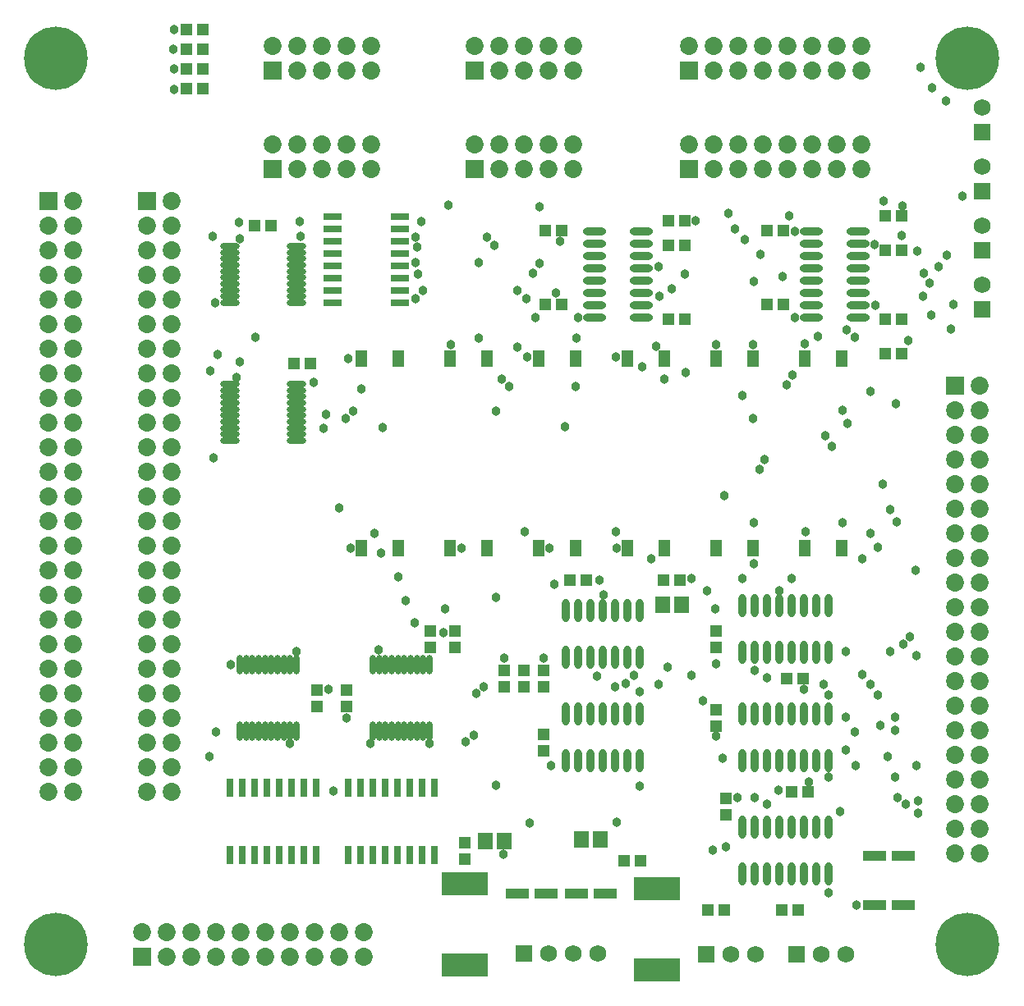
<source format=gts>
%FSAX24Y24*%
%MOIN*%
G70*
G01*
G75*
G04 Layer_Color=8388736*
%ADD10O,0.0236X0.0866*%
%ADD11R,0.0866X0.0335*%
%ADD12R,0.1800X0.0900*%
%ADD13R,0.0433X0.0394*%
%ADD14R,0.0394X0.0433*%
%ADD15O,0.0177X0.0709*%
%ADD16O,0.0866X0.0236*%
%ADD17R,0.0512X0.0591*%
%ADD18R,0.0650X0.0236*%
%ADD19R,0.0236X0.0650*%
%ADD20R,0.0400X0.0600*%
%ADD21O,0.0709X0.0177*%
%ADD22C,0.0120*%
%ADD23C,0.0080*%
%ADD24C,0.0200*%
%ADD25C,0.0100*%
%ADD26C,0.0250*%
%ADD27C,0.0600*%
%ADD28R,0.0600X0.0600*%
%ADD29R,0.0650X0.0650*%
%ADD30C,0.0650*%
%ADD31R,0.0600X0.0600*%
%ADD32R,0.0650X0.0650*%
%ADD33C,0.2500*%
%ADD34C,0.0300*%
%ADD35C,0.0098*%
%ADD36C,0.0236*%
%ADD37C,0.0079*%
%ADD38C,0.0150*%
%ADD39C,0.0059*%
%ADD40R,0.2500X0.1600*%
%ADD41R,0.0748X0.1614*%
%ADD42R,0.1614X0.0748*%
%ADD43O,0.0316X0.0946*%
%ADD44R,0.0946X0.0415*%
%ADD45R,0.1880X0.0980*%
%ADD46R,0.0513X0.0474*%
%ADD47R,0.0474X0.0513*%
%ADD48O,0.0257X0.0789*%
%ADD49O,0.0946X0.0316*%
%ADD50R,0.0592X0.0671*%
%ADD51R,0.0730X0.0316*%
%ADD52R,0.0316X0.0730*%
%ADD53R,0.0480X0.0680*%
%ADD54O,0.0789X0.0257*%
%ADD55C,0.0680*%
%ADD56R,0.0680X0.0680*%
%ADD57R,0.0730X0.0730*%
%ADD58C,0.0730*%
%ADD59R,0.0680X0.0680*%
%ADD60R,0.0730X0.0730*%
%ADD61C,0.2580*%
%ADD62C,0.0380*%
D43*
X039850Y019455D02*
D03*
X040350D02*
D03*
X040850D02*
D03*
X041350D02*
D03*
X041850D02*
D03*
X042350D02*
D03*
X042850D02*
D03*
X043350D02*
D03*
X039850Y021345D02*
D03*
X040350D02*
D03*
X040850D02*
D03*
X041350D02*
D03*
X041850D02*
D03*
X042350D02*
D03*
X042850D02*
D03*
X043350D02*
D03*
X039850Y023855D02*
D03*
X040350D02*
D03*
X040850D02*
D03*
X041350D02*
D03*
X041850D02*
D03*
X042350D02*
D03*
X042850D02*
D03*
X043350D02*
D03*
X039850Y025745D02*
D03*
X040350D02*
D03*
X040850D02*
D03*
X041350D02*
D03*
X041850D02*
D03*
X042350D02*
D03*
X042850D02*
D03*
X043350D02*
D03*
X035700Y021345D02*
D03*
X035200D02*
D03*
X034700D02*
D03*
X034200D02*
D03*
X033700D02*
D03*
X033200D02*
D03*
X032700D02*
D03*
X035700Y019455D02*
D03*
X035200D02*
D03*
X034700D02*
D03*
X034200D02*
D03*
X033700D02*
D03*
X033200D02*
D03*
X032700D02*
D03*
Y023655D02*
D03*
X033200D02*
D03*
X033700D02*
D03*
X034200D02*
D03*
X034700D02*
D03*
X035200D02*
D03*
X035700D02*
D03*
X032700Y025545D02*
D03*
X033200D02*
D03*
X033700D02*
D03*
X034200D02*
D03*
X034700D02*
D03*
X035200D02*
D03*
X035700D02*
D03*
X040850Y014855D02*
D03*
X041350D02*
D03*
X041850D02*
D03*
X043350D02*
D03*
X039850Y016745D02*
D03*
X041350D02*
D03*
X041850D02*
D03*
X042350D02*
D03*
Y014855D02*
D03*
X042850D02*
D03*
X040350D02*
D03*
X039850D02*
D03*
X043350Y016745D02*
D03*
X042850D02*
D03*
X040850D02*
D03*
X040350D02*
D03*
D44*
X033109Y014060D02*
D03*
X034291D02*
D03*
X030709D02*
D03*
X031891D02*
D03*
X045209Y013600D02*
D03*
X046391D02*
D03*
X045209Y015600D02*
D03*
X046391D02*
D03*
D45*
X036400Y010950D02*
D03*
Y014250D02*
D03*
X028600Y011150D02*
D03*
Y014450D02*
D03*
D46*
X039135Y013400D02*
D03*
X038465D02*
D03*
X046335Y037400D02*
D03*
X045665D02*
D03*
X036865Y041400D02*
D03*
X037535D02*
D03*
X045665Y041600D02*
D03*
X046335D02*
D03*
X046335Y036000D02*
D03*
X045665D02*
D03*
X036865Y037400D02*
D03*
X037535D02*
D03*
X040865Y038000D02*
D03*
X041535D02*
D03*
X031865D02*
D03*
X032535D02*
D03*
X046335Y040200D02*
D03*
X045665D02*
D03*
X031865Y041000D02*
D03*
X032535D02*
D03*
X041465Y013400D02*
D03*
X042135D02*
D03*
X036665Y026800D02*
D03*
X037335D02*
D03*
X017285Y047540D02*
D03*
X017955D02*
D03*
X017285Y048340D02*
D03*
X017955D02*
D03*
X017285Y049140D02*
D03*
X017955D02*
D03*
X017285Y046740D02*
D03*
X017955D02*
D03*
X035735Y015400D02*
D03*
X035065D02*
D03*
X041535Y041000D02*
D03*
X040865D02*
D03*
X036865Y040400D02*
D03*
X037535D02*
D03*
X033535Y026800D02*
D03*
X032865D02*
D03*
X020065Y041200D02*
D03*
X020735D02*
D03*
X022335Y035600D02*
D03*
X021665D02*
D03*
X042335Y022800D02*
D03*
X041665D02*
D03*
X042535Y018200D02*
D03*
X041865D02*
D03*
D47*
X023800Y021665D02*
D03*
Y022335D02*
D03*
X022600Y022335D02*
D03*
Y021665D02*
D03*
X031800Y020535D02*
D03*
Y019865D02*
D03*
X028600Y015465D02*
D03*
Y016135D02*
D03*
X031800Y022465D02*
D03*
Y023135D02*
D03*
X031000Y022465D02*
D03*
Y023135D02*
D03*
X030200Y023135D02*
D03*
Y022465D02*
D03*
X038800Y024065D02*
D03*
Y024735D02*
D03*
X028200Y024065D02*
D03*
Y024735D02*
D03*
X027200Y024065D02*
D03*
Y024735D02*
D03*
X038800Y020865D02*
D03*
Y021535D02*
D03*
X039200Y017935D02*
D03*
Y017265D02*
D03*
D48*
X019448Y020661D02*
D03*
X019704D02*
D03*
X019960D02*
D03*
X020216D02*
D03*
X020472D02*
D03*
X020728D02*
D03*
X020984D02*
D03*
X021240D02*
D03*
X021496D02*
D03*
X021752D02*
D03*
X019448Y023339D02*
D03*
X019704D02*
D03*
X019960D02*
D03*
X020216D02*
D03*
X020472D02*
D03*
X020728D02*
D03*
X020984D02*
D03*
X021240D02*
D03*
X021496D02*
D03*
X021752D02*
D03*
X026896Y020661D02*
D03*
X026640D02*
D03*
X026384D02*
D03*
X026128D02*
D03*
X025872D02*
D03*
X025616D02*
D03*
X025360D02*
D03*
X025104D02*
D03*
X027152Y023339D02*
D03*
X026896D02*
D03*
X026640D02*
D03*
X026384D02*
D03*
X026128D02*
D03*
X025872D02*
D03*
X025616D02*
D03*
X025360D02*
D03*
X025104D02*
D03*
X024848D02*
D03*
X027152Y020661D02*
D03*
X024848D02*
D03*
D49*
X035745Y040950D02*
D03*
X033855Y037450D02*
D03*
Y038450D02*
D03*
Y038950D02*
D03*
Y039950D02*
D03*
Y040450D02*
D03*
Y039450D02*
D03*
X035745Y038950D02*
D03*
X033855Y040950D02*
D03*
Y037950D02*
D03*
X035745Y037450D02*
D03*
Y040450D02*
D03*
X044545Y037950D02*
D03*
Y038450D02*
D03*
Y040950D02*
D03*
X042655Y037450D02*
D03*
Y038450D02*
D03*
Y038950D02*
D03*
Y039950D02*
D03*
Y040450D02*
D03*
Y039450D02*
D03*
X044545Y038950D02*
D03*
Y039450D02*
D03*
Y039950D02*
D03*
X042655Y040950D02*
D03*
Y037950D02*
D03*
X044545Y037450D02*
D03*
Y040450D02*
D03*
X035745Y039950D02*
D03*
Y039450D02*
D03*
Y037950D02*
D03*
Y038450D02*
D03*
D50*
X036626Y025800D02*
D03*
X037374D02*
D03*
X029426Y016200D02*
D03*
X030174D02*
D03*
X033326Y016260D02*
D03*
X034074D02*
D03*
D51*
X025968Y040050D02*
D03*
Y038050D02*
D03*
X023232Y038550D02*
D03*
Y040050D02*
D03*
Y041550D02*
D03*
X025968Y038550D02*
D03*
Y039550D02*
D03*
Y040550D02*
D03*
Y041550D02*
D03*
Y039050D02*
D03*
Y041050D02*
D03*
X023232Y038050D02*
D03*
Y039050D02*
D03*
Y039550D02*
D03*
Y040550D02*
D03*
Y041050D02*
D03*
D52*
X027350Y018368D02*
D03*
X026850D02*
D03*
X026350D02*
D03*
X025850D02*
D03*
X025350D02*
D03*
X024850D02*
D03*
X024350D02*
D03*
X023850D02*
D03*
X027350Y015632D02*
D03*
X026850D02*
D03*
X026350D02*
D03*
X025850D02*
D03*
X025350D02*
D03*
X024850D02*
D03*
X024350D02*
D03*
X023850D02*
D03*
X019050D02*
D03*
X019550D02*
D03*
X020050D02*
D03*
X020550D02*
D03*
X021050D02*
D03*
X021550D02*
D03*
X022050D02*
D03*
X022550D02*
D03*
Y018368D02*
D03*
X022050D02*
D03*
X021550D02*
D03*
X021050D02*
D03*
X020550D02*
D03*
X020050D02*
D03*
X019550D02*
D03*
X019050D02*
D03*
D53*
X035200Y035800D02*
D03*
Y028100D02*
D03*
X036700Y035800D02*
D03*
Y028100D02*
D03*
X031600Y035800D02*
D03*
Y028100D02*
D03*
X033100Y035800D02*
D03*
Y028100D02*
D03*
X028000Y035800D02*
D03*
Y028100D02*
D03*
X029500Y035800D02*
D03*
Y028100D02*
D03*
X024400Y035800D02*
D03*
Y028100D02*
D03*
X025900Y035800D02*
D03*
Y028100D02*
D03*
X038800Y035800D02*
D03*
Y028100D02*
D03*
X040300Y035800D02*
D03*
Y028100D02*
D03*
X042400Y035800D02*
D03*
Y028100D02*
D03*
X043900Y035800D02*
D03*
Y028100D02*
D03*
D54*
X021739Y039328D02*
D03*
Y038560D02*
D03*
Y038304D02*
D03*
Y039072D02*
D03*
Y039840D02*
D03*
Y038816D02*
D03*
Y038048D02*
D03*
Y039584D02*
D03*
Y040096D02*
D03*
Y040352D02*
D03*
X019061Y038048D02*
D03*
Y039328D02*
D03*
Y039584D02*
D03*
Y039840D02*
D03*
Y040096D02*
D03*
Y040352D02*
D03*
Y039072D02*
D03*
Y038816D02*
D03*
Y038560D02*
D03*
Y038304D02*
D03*
X021739Y032448D02*
D03*
Y032704D02*
D03*
Y034496D02*
D03*
Y034752D02*
D03*
X019061Y032448D02*
D03*
Y033728D02*
D03*
Y033984D02*
D03*
Y034240D02*
D03*
Y034496D02*
D03*
Y034752D02*
D03*
Y032960D02*
D03*
Y032704D02*
D03*
Y033472D02*
D03*
Y033216D02*
D03*
X021739Y033472D02*
D03*
Y034240D02*
D03*
Y033216D02*
D03*
Y033728D02*
D03*
Y033984D02*
D03*
Y032960D02*
D03*
D55*
X034000Y011620D02*
D03*
X044050Y011600D02*
D03*
X043050D02*
D03*
X040400D02*
D03*
X039400D02*
D03*
X049600Y038800D02*
D03*
X032000Y011620D02*
D03*
X033000D02*
D03*
X049600Y046000D02*
D03*
Y043600D02*
D03*
Y041200D02*
D03*
D56*
X031000Y011620D02*
D03*
X042050Y011600D02*
D03*
X038400D02*
D03*
D57*
X029000Y043500D02*
D03*
Y047500D02*
D03*
X020800Y043500D02*
D03*
Y047500D02*
D03*
X015500Y011500D02*
D03*
X037700Y047500D02*
D03*
Y043500D02*
D03*
D58*
X011700Y028200D02*
D03*
X049500Y027700D02*
D03*
X048500D02*
D03*
X049500Y028700D02*
D03*
X048500D02*
D03*
X049500Y029700D02*
D03*
X048500D02*
D03*
X049500Y030700D02*
D03*
X048500D02*
D03*
X049500Y031700D02*
D03*
X048500D02*
D03*
X049500Y032700D02*
D03*
X048500D02*
D03*
X049500Y033700D02*
D03*
X048500D02*
D03*
X049500Y034700D02*
D03*
X015500Y012500D02*
D03*
X016500Y011500D02*
D03*
Y012500D02*
D03*
X017500Y011500D02*
D03*
Y012500D02*
D03*
X018500Y011500D02*
D03*
Y012500D02*
D03*
X019500Y011500D02*
D03*
Y012500D02*
D03*
X020500Y011500D02*
D03*
X021500D02*
D03*
Y012500D02*
D03*
X022500Y011500D02*
D03*
Y012500D02*
D03*
X023500Y011500D02*
D03*
Y012500D02*
D03*
X024500Y011500D02*
D03*
Y012500D02*
D03*
X012700Y042200D02*
D03*
X011700Y041200D02*
D03*
X012700D02*
D03*
X011700Y040200D02*
D03*
X012700D02*
D03*
X011700Y039200D02*
D03*
X012700D02*
D03*
X011700Y038200D02*
D03*
X012700D02*
D03*
X011700Y037200D02*
D03*
X012700D02*
D03*
X011700Y036200D02*
D03*
X012700D02*
D03*
X011700Y035200D02*
D03*
X012700D02*
D03*
X011700Y034200D02*
D03*
X012700D02*
D03*
X011700Y033200D02*
D03*
X012700D02*
D03*
X011700Y032200D02*
D03*
X012700D02*
D03*
X011700Y031200D02*
D03*
X012700D02*
D03*
X011700Y030200D02*
D03*
X012700D02*
D03*
X011700Y029200D02*
D03*
X012700D02*
D03*
Y028200D02*
D03*
Y027200D02*
D03*
X011700Y026200D02*
D03*
X012700D02*
D03*
X011700Y025200D02*
D03*
X012700D02*
D03*
X011700Y024200D02*
D03*
X012700D02*
D03*
X011700Y023200D02*
D03*
X012700D02*
D03*
X011700Y022200D02*
D03*
X012700D02*
D03*
X011700Y021200D02*
D03*
X012700D02*
D03*
X011700Y020200D02*
D03*
X012700D02*
D03*
X011700Y019200D02*
D03*
X012700D02*
D03*
X011700Y018200D02*
D03*
X012700D02*
D03*
X024800Y044500D02*
D03*
Y043500D02*
D03*
X023800Y044500D02*
D03*
Y043500D02*
D03*
X022800Y044500D02*
D03*
Y043500D02*
D03*
X021800Y044500D02*
D03*
Y043500D02*
D03*
X020800Y044500D02*
D03*
X033000Y044500D02*
D03*
Y043500D02*
D03*
X032000Y044500D02*
D03*
Y043500D02*
D03*
X031000Y044500D02*
D03*
Y043500D02*
D03*
X030000Y044500D02*
D03*
Y043500D02*
D03*
X029000Y044500D02*
D03*
X037700Y048500D02*
D03*
X038700Y047500D02*
D03*
Y048500D02*
D03*
X039700Y047500D02*
D03*
Y048500D02*
D03*
X040700Y047500D02*
D03*
Y048500D02*
D03*
X041700D02*
D03*
X042700D02*
D03*
X043700D02*
D03*
X044700D02*
D03*
X037700Y044500D02*
D03*
X038700Y043500D02*
D03*
Y044500D02*
D03*
X039700D02*
D03*
X040700D02*
D03*
X041700D02*
D03*
X044700D02*
D03*
X042700D02*
D03*
X039700Y043500D02*
D03*
X043700Y044500D02*
D03*
X040700Y043500D02*
D03*
X033000Y048500D02*
D03*
Y047500D02*
D03*
X032000Y048500D02*
D03*
Y047500D02*
D03*
X031000Y048500D02*
D03*
Y047500D02*
D03*
X030000Y048500D02*
D03*
Y047500D02*
D03*
X029000Y048500D02*
D03*
X024800Y048500D02*
D03*
Y047500D02*
D03*
X023800Y048500D02*
D03*
Y047500D02*
D03*
X022800Y048500D02*
D03*
Y047500D02*
D03*
X021800Y048500D02*
D03*
Y047500D02*
D03*
X020800Y048500D02*
D03*
X044700Y047500D02*
D03*
X041700D02*
D03*
X042700D02*
D03*
X043700D02*
D03*
X044700Y043500D02*
D03*
X041700D02*
D03*
X042700D02*
D03*
X043700D02*
D03*
X011700Y027200D02*
D03*
X020500Y012500D02*
D03*
X016700Y018200D02*
D03*
X015700D02*
D03*
X016700Y019200D02*
D03*
X015700D02*
D03*
X016700Y020200D02*
D03*
X015700D02*
D03*
X016700Y021200D02*
D03*
X015700D02*
D03*
X016700Y022200D02*
D03*
X015700D02*
D03*
X016700Y023200D02*
D03*
X015700D02*
D03*
X016700Y024200D02*
D03*
X015700D02*
D03*
X016700Y025200D02*
D03*
X015700D02*
D03*
X016700Y026200D02*
D03*
X015700D02*
D03*
X016700Y027200D02*
D03*
X015700D02*
D03*
X016700Y028200D02*
D03*
X015700D02*
D03*
X016700Y029200D02*
D03*
X015700D02*
D03*
X016700Y030200D02*
D03*
X015700D02*
D03*
X016700Y031200D02*
D03*
X015700D02*
D03*
X016700Y032200D02*
D03*
X015700D02*
D03*
X016700Y033200D02*
D03*
X015700D02*
D03*
X016700Y034200D02*
D03*
X015700D02*
D03*
X016700Y035200D02*
D03*
X015700D02*
D03*
X016700Y036200D02*
D03*
X015700D02*
D03*
X016700Y037200D02*
D03*
X015700D02*
D03*
X016700Y038200D02*
D03*
X015700D02*
D03*
X016700Y039200D02*
D03*
X015700D02*
D03*
X016700Y040200D02*
D03*
X015700D02*
D03*
X016700Y041200D02*
D03*
X015700D02*
D03*
X016700Y042200D02*
D03*
X048500Y020700D02*
D03*
X049500D02*
D03*
X048500Y019700D02*
D03*
X049500D02*
D03*
X048500Y018700D02*
D03*
X049500D02*
D03*
X048500Y017700D02*
D03*
X049500D02*
D03*
X048500Y016700D02*
D03*
X049500D02*
D03*
X048500Y015700D02*
D03*
X049500D02*
D03*
X048500Y026700D02*
D03*
X049500D02*
D03*
X048500Y025700D02*
D03*
X049500D02*
D03*
X048500Y024700D02*
D03*
X049500D02*
D03*
X048500Y023700D02*
D03*
X049500D02*
D03*
X048500Y022700D02*
D03*
X049500D02*
D03*
X048500Y021700D02*
D03*
X049500D02*
D03*
D59*
X049600Y037800D02*
D03*
Y045000D02*
D03*
Y042600D02*
D03*
Y040200D02*
D03*
D60*
X048500Y034700D02*
D03*
X011700Y042200D02*
D03*
X015700D02*
D03*
D61*
X012000Y012000D02*
D03*
X049000D02*
D03*
Y048000D02*
D03*
X012000D02*
D03*
D62*
X048800Y042400D02*
D03*
X045600Y042200D02*
D03*
X032300Y038470D02*
D03*
X031220Y016920D02*
D03*
X041500Y039110D02*
D03*
X036980Y038620D02*
D03*
X037790Y026870D02*
D03*
X041850D02*
D03*
X039850D02*
D03*
X034740Y016940D02*
D03*
X030160Y015640D02*
D03*
X029840Y018450D02*
D03*
X029870Y026090D02*
D03*
X027920Y042020D02*
D03*
X032080Y019260D02*
D03*
X031800Y023630D02*
D03*
X030200Y023620D02*
D03*
X035700Y018420D02*
D03*
X034760Y028080D02*
D03*
X034050Y026790D02*
D03*
X032020Y028100D02*
D03*
X028440Y028080D02*
D03*
X023950Y028100D02*
D03*
X019430Y041330D02*
D03*
X019310Y035030D02*
D03*
X022470Y034820D02*
D03*
X018438Y038048D02*
D03*
X019450Y040650D02*
D03*
X037950Y041400D02*
D03*
X033200Y037450D02*
D03*
X038800Y036350D02*
D03*
X042400Y036400D02*
D03*
X046350Y042000D02*
D03*
X042000Y037450D02*
D03*
X042350Y022350D02*
D03*
X039650Y017950D02*
D03*
X043350Y018800D02*
D03*
X042550Y018600D02*
D03*
X044500Y013600D02*
D03*
X043350Y014100D02*
D03*
X023800Y021200D02*
D03*
X025100Y023950D02*
D03*
X027150Y020150D02*
D03*
X024750D02*
D03*
X021500Y020154D02*
D03*
X019100Y023350D02*
D03*
X021750Y023900D02*
D03*
X023050Y022350D02*
D03*
X040310Y029110D02*
D03*
X043920D02*
D03*
X038640Y015810D02*
D03*
X031030Y028750D02*
D03*
X042420D02*
D03*
X034730D02*
D03*
X040300Y036370D02*
D03*
X040325Y027460D02*
D03*
X046890Y027190D02*
D03*
X044410Y036670D02*
D03*
X046600Y036510D02*
D03*
X045050Y034460D02*
D03*
X046970Y040170D02*
D03*
X045230Y040430D02*
D03*
X041760Y041600D02*
D03*
X046335Y040795D02*
D03*
X018260Y035290D02*
D03*
X037550Y035210D02*
D03*
X031440Y037470D02*
D03*
X031620Y039670D02*
D03*
X037530Y039210D02*
D03*
X031630Y041970D02*
D03*
X018220Y019630D02*
D03*
X044060Y019900D02*
D03*
X041320Y018260D02*
D03*
X018480Y020630D02*
D03*
X045460Y020900D02*
D03*
X038250Y021880D02*
D03*
X026560Y025060D02*
D03*
X026200Y025940D02*
D03*
X032220Y026630D02*
D03*
X025900Y026910D02*
D03*
X036140Y027640D02*
D03*
X025200Y027900D02*
D03*
X024910Y028690D02*
D03*
X023490Y029720D02*
D03*
X020080Y036650D02*
D03*
X019450Y035650D02*
D03*
X018550Y035960D02*
D03*
X018400Y031770D02*
D03*
X018370Y040760D02*
D03*
X042930Y036680D02*
D03*
X044410Y020620D02*
D03*
X040330Y038920D02*
D03*
X040590Y040020D02*
D03*
X039570Y041050D02*
D03*
X039280Y041700D02*
D03*
X026690Y039230D02*
D03*
X031370Y039250D02*
D03*
X026580Y038230D02*
D03*
X031090D02*
D03*
X026660Y040320D02*
D03*
X021910Y040740D02*
D03*
X026810Y041370D02*
D03*
X021900D02*
D03*
X029150Y036610D02*
D03*
X033120Y036620D02*
D03*
X036350Y036280D02*
D03*
X026580Y040720D02*
D03*
X029500Y040710D02*
D03*
X026900Y038550D02*
D03*
X030710D02*
D03*
Y036270D02*
D03*
X033100Y034660D02*
D03*
X030390D02*
D03*
X036700Y034970D02*
D03*
X030100D02*
D03*
X028630Y020210D02*
D03*
X028940Y020480D02*
D03*
X029070Y022200D02*
D03*
X035690Y022240D02*
D03*
X029350Y022460D02*
D03*
X034700D02*
D03*
X016780Y049140D02*
D03*
X016760Y048340D02*
D03*
X016780Y047540D02*
D03*
X016800Y046730D02*
D03*
X026580Y039700D02*
D03*
X029160D02*
D03*
X023860Y035800D02*
D03*
X028020Y036360D02*
D03*
X031120Y035840D02*
D03*
X034730Y035850D02*
D03*
X043230Y032670D02*
D03*
X043480Y032230D02*
D03*
X040750Y031700D02*
D03*
X040570Y031290D02*
D03*
X039850Y034290D02*
D03*
X039130Y030230D02*
D03*
X041670Y034710D02*
D03*
X043920Y033680D02*
D03*
X044130Y033160D02*
D03*
X040350Y023110D02*
D03*
X040850Y022830D02*
D03*
X044730Y022960D02*
D03*
Y027660D02*
D03*
X038790Y020450D02*
D03*
X043160Y022550D02*
D03*
X045050D02*
D03*
Y028680D02*
D03*
X043360Y022110D02*
D03*
X045340D02*
D03*
Y028130D02*
D03*
X039040Y019570D02*
D03*
X045760Y019610D02*
D03*
X045570Y030700D02*
D03*
X044070Y023880D02*
D03*
X045860D02*
D03*
Y029670D02*
D03*
X044060Y021210D02*
D03*
X046040D02*
D03*
X046130Y029160D02*
D03*
X040340Y017940D02*
D03*
X046150D02*
D03*
X046390Y024190D02*
D03*
X040840Y017690D02*
D03*
X046490D02*
D03*
X046640Y024480D02*
D03*
X044450Y019240D02*
D03*
X046920Y019260D02*
D03*
X046910Y023710D02*
D03*
X043810Y017400D02*
D03*
X046980Y017810D02*
D03*
X039200Y015950D02*
D03*
X046980Y017330D02*
D03*
X046050Y020700D02*
D03*
Y018790D02*
D03*
X047200Y038330D02*
D03*
X036480D02*
D03*
X047520Y037560D02*
D03*
X047820Y039510D02*
D03*
X036470D02*
D03*
X048150Y039980D02*
D03*
X035460Y022930D02*
D03*
X037800D02*
D03*
X027730Y024650D02*
D03*
X038800Y023400D02*
D03*
X027800Y025630D02*
D03*
X038770D02*
D03*
X038430Y026370D02*
D03*
X041350D02*
D03*
X035110Y022580D02*
D03*
X036470Y022570D02*
D03*
X033940Y022900D02*
D03*
X036830Y023260D02*
D03*
X023270Y018220D02*
D03*
X034210Y026190D02*
D03*
X035800Y035460D02*
D03*
X022860Y032970D02*
D03*
X046090Y033940D02*
D03*
X022940Y033520D02*
D03*
X023750Y033340D02*
D03*
X040290D02*
D03*
X039970Y040610D02*
D03*
X042000Y040960D02*
D03*
X024060Y033650D02*
D03*
X029860D02*
D03*
X029780Y040390D02*
D03*
X032440Y040540D02*
D03*
X025260Y032990D02*
D03*
X032670Y033010D02*
D03*
X024400Y034550D02*
D03*
X041890Y035120D02*
D03*
X047230Y039250D02*
D03*
X047450Y038840D02*
D03*
X047540Y046780D02*
D03*
X045250Y037940D02*
D03*
X048430Y037990D02*
D03*
X047100Y047620D02*
D03*
X044090Y036940D02*
D03*
X048310Y036980D02*
D03*
X048120Y046270D02*
D03*
M02*

</source>
